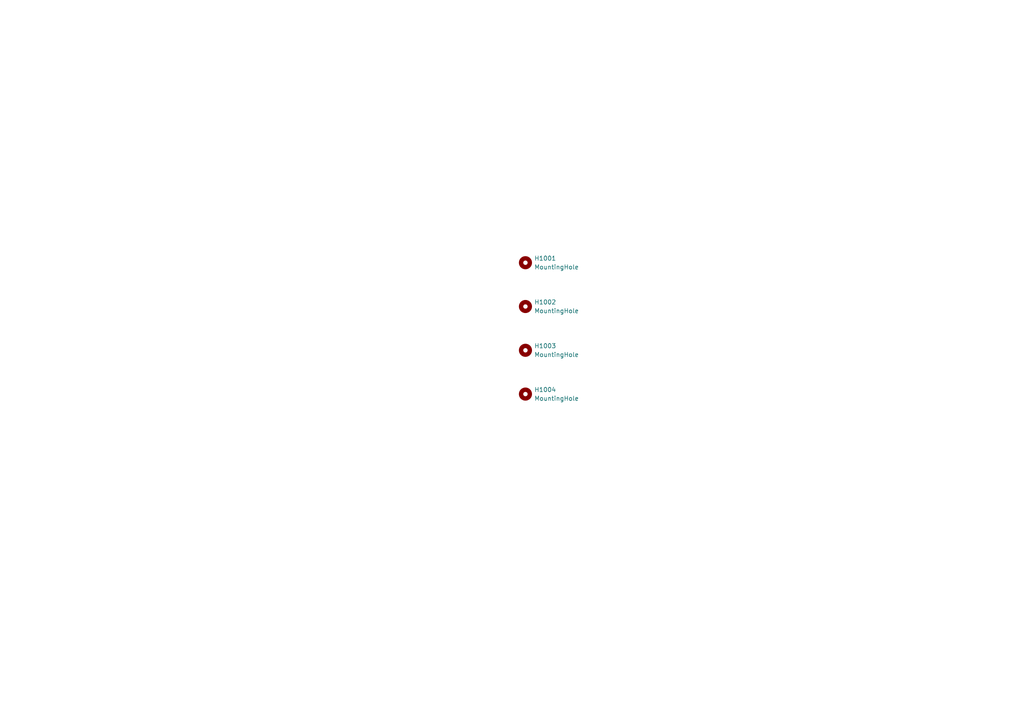
<source format=kicad_sch>
(kicad_sch (version 20250114) (generator "eeschema") (generator_version "9.0")
  (paper "A4")
  (lib_symbols
    (symbol "Mechanical:MountingHole" (pin_names (offset 1.016)) (in_bom no)
      (property "Reference" "H" (at 0 5.08 0))
      (property "Value" "MountingHole" (at 0 3.175 0))
      (symbol "MountingHole_0_1"
        (circle (center 0 0) (radius 1.27) (stroke (width 1.27)))
      )
    )
  )
  (symbol (lib_id "Mechanical:MountingHole") (at 152.4 101.6 0) (unit 1) (in_bom no)
    (property "Reference" "H1003" (at 154.94 100.3299 0) (effects (justify left)))
    (property "Value" "MountingHole" (at 154.94 102.8699 0) (effects (justify left)))
    (property "Footprint" "MountingHole:MountingHole_3.2mm_M3" (effects (hide yes)))
    (property "Description" "Mounting Hole without connection" (effects (hide yes)))
  )
  (symbol (lib_id "Mechanical:MountingHole") (at 152.4 114.3 0) (unit 1) (in_bom no)
    (property "Reference" "H1004" (at 154.94 113.0299 0) (effects (justify left)))
    (property "Value" "MountingHole" (at 154.94 115.5699 0) (effects (justify left)))
    (property "Footprint" "MountingHole:MountingHole_3.2mm_M3" (effects (hide yes)))
    (property "Description" "Mounting Hole without connection" (effects (hide yes)))
  )
  (symbol (lib_id "Mechanical:MountingHole") (at 152.4 88.9 0) (unit 1) (in_bom no)
    (property "Reference" "H1002" (at 154.94 87.6299 0) (effects (justify left)))
    (property "Value" "MountingHole" (at 154.94 90.1699 0) (effects (justify left)))
    (property "Footprint" "MountingHole:MountingHole_3.2mm_M3" (effects (hide yes)))
    (property "Description" "Mounting Hole without connection" (effects (hide yes)))
  )
  (symbol (lib_id "Mechanical:MountingHole") (at 152.4 76.2 0) (unit 1) (in_bom no)
    (property "Reference" "H1001" (at 154.94 74.9299 0) (effects (justify left)))
    (property "Value" "MountingHole" (at 154.94 77.4699 0) (effects (justify left)))
    (property "Footprint" "MountingHole:MountingHole_3.2mm_M3" (effects (hide yes)))
    (property "Description" "Mounting Hole without connection" (effects (hide yes)))
  )
)
</source>
